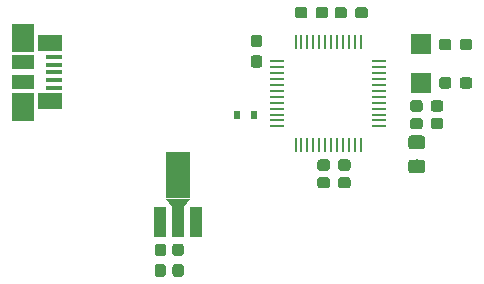
<source format=gbp>
G04 #@! TF.GenerationSoftware,KiCad,Pcbnew,6.0.0-rc1-unknown-ad9916a~66~ubuntu18.04.1*
G04 #@! TF.CreationDate,2018-11-28T14:50:18-03:00*
G04 #@! TF.ProjectId,Femtosat,46656d74-6f73-4617-942e-6b696361645f,rev?*
G04 #@! TF.SameCoordinates,Original*
G04 #@! TF.FileFunction,Paste,Bot*
G04 #@! TF.FilePolarity,Positive*
%FSLAX46Y46*%
G04 Gerber Fmt 4.6, Leading zero omitted, Abs format (unit mm)*
G04 Created by KiCad (PCBNEW 6.0.0-rc1-unknown-ad9916a~66~ubuntu18.04.1) date mié 28 nov 2018 14:50:18 -03*
%MOMM*%
%LPD*%
G01*
G04 APERTURE LIST*
%ADD10C,0.100000*%
%ADD11C,0.950000*%
%ADD12R,0.600000X0.700000*%
%ADD13R,1.380000X0.450000*%
%ADD14R,2.100000X1.475000*%
%ADD15R,1.900000X2.375000*%
%ADD16R,1.900000X1.175000*%
%ADD17C,1.150000*%
%ADD18R,1.000000X2.500000*%
%ADD19R,2.000000X4.000000*%
%ADD20C,0.750000*%
%ADD21R,1.300000X0.250000*%
%ADD22R,0.250000X1.300000*%
%ADD23R,1.800000X1.750000*%
G04 APERTURE END LIST*
D10*
G04 #@! TO.C,C4*
G36*
X130185779Y-72476144D02*
X130208834Y-72479563D01*
X130231443Y-72485227D01*
X130253387Y-72493079D01*
X130274457Y-72503044D01*
X130294448Y-72515026D01*
X130313168Y-72528910D01*
X130330438Y-72544562D01*
X130346090Y-72561832D01*
X130359974Y-72580552D01*
X130371956Y-72600543D01*
X130381921Y-72621613D01*
X130389773Y-72643557D01*
X130395437Y-72666166D01*
X130398856Y-72689221D01*
X130400000Y-72712500D01*
X130400000Y-73187500D01*
X130398856Y-73210779D01*
X130395437Y-73233834D01*
X130389773Y-73256443D01*
X130381921Y-73278387D01*
X130371956Y-73299457D01*
X130359974Y-73319448D01*
X130346090Y-73338168D01*
X130330438Y-73355438D01*
X130313168Y-73371090D01*
X130294448Y-73384974D01*
X130274457Y-73396956D01*
X130253387Y-73406921D01*
X130231443Y-73414773D01*
X130208834Y-73420437D01*
X130185779Y-73423856D01*
X130162500Y-73425000D01*
X129587500Y-73425000D01*
X129564221Y-73423856D01*
X129541166Y-73420437D01*
X129518557Y-73414773D01*
X129496613Y-73406921D01*
X129475543Y-73396956D01*
X129455552Y-73384974D01*
X129436832Y-73371090D01*
X129419562Y-73355438D01*
X129403910Y-73338168D01*
X129390026Y-73319448D01*
X129378044Y-73299457D01*
X129368079Y-73278387D01*
X129360227Y-73256443D01*
X129354563Y-73233834D01*
X129351144Y-73210779D01*
X129350000Y-73187500D01*
X129350000Y-72712500D01*
X129351144Y-72689221D01*
X129354563Y-72666166D01*
X129360227Y-72643557D01*
X129368079Y-72621613D01*
X129378044Y-72600543D01*
X129390026Y-72580552D01*
X129403910Y-72561832D01*
X129419562Y-72544562D01*
X129436832Y-72528910D01*
X129455552Y-72515026D01*
X129475543Y-72503044D01*
X129496613Y-72493079D01*
X129518557Y-72485227D01*
X129541166Y-72479563D01*
X129564221Y-72476144D01*
X129587500Y-72475000D01*
X130162500Y-72475000D01*
X130185779Y-72476144D01*
X130185779Y-72476144D01*
G37*
D11*
X129875000Y-72950000D03*
D10*
G36*
X128435779Y-72476144D02*
X128458834Y-72479563D01*
X128481443Y-72485227D01*
X128503387Y-72493079D01*
X128524457Y-72503044D01*
X128544448Y-72515026D01*
X128563168Y-72528910D01*
X128580438Y-72544562D01*
X128596090Y-72561832D01*
X128609974Y-72580552D01*
X128621956Y-72600543D01*
X128631921Y-72621613D01*
X128639773Y-72643557D01*
X128645437Y-72666166D01*
X128648856Y-72689221D01*
X128650000Y-72712500D01*
X128650000Y-73187500D01*
X128648856Y-73210779D01*
X128645437Y-73233834D01*
X128639773Y-73256443D01*
X128631921Y-73278387D01*
X128621956Y-73299457D01*
X128609974Y-73319448D01*
X128596090Y-73338168D01*
X128580438Y-73355438D01*
X128563168Y-73371090D01*
X128544448Y-73384974D01*
X128524457Y-73396956D01*
X128503387Y-73406921D01*
X128481443Y-73414773D01*
X128458834Y-73420437D01*
X128435779Y-73423856D01*
X128412500Y-73425000D01*
X127837500Y-73425000D01*
X127814221Y-73423856D01*
X127791166Y-73420437D01*
X127768557Y-73414773D01*
X127746613Y-73406921D01*
X127725543Y-73396956D01*
X127705552Y-73384974D01*
X127686832Y-73371090D01*
X127669562Y-73355438D01*
X127653910Y-73338168D01*
X127640026Y-73319448D01*
X127628044Y-73299457D01*
X127618079Y-73278387D01*
X127610227Y-73256443D01*
X127604563Y-73233834D01*
X127601144Y-73210779D01*
X127600000Y-73187500D01*
X127600000Y-72712500D01*
X127601144Y-72689221D01*
X127604563Y-72666166D01*
X127610227Y-72643557D01*
X127618079Y-72621613D01*
X127628044Y-72600543D01*
X127640026Y-72580552D01*
X127653910Y-72561832D01*
X127669562Y-72544562D01*
X127686832Y-72528910D01*
X127705552Y-72515026D01*
X127725543Y-72503044D01*
X127746613Y-72493079D01*
X127768557Y-72485227D01*
X127791166Y-72479563D01*
X127814221Y-72476144D01*
X127837500Y-72475000D01*
X128412500Y-72475000D01*
X128435779Y-72476144D01*
X128435779Y-72476144D01*
G37*
D11*
X128125000Y-72950000D03*
G04 #@! TD*
D10*
G04 #@! TO.C,C5*
G36*
X128285779Y-58076144D02*
X128308834Y-58079563D01*
X128331443Y-58085227D01*
X128353387Y-58093079D01*
X128374457Y-58103044D01*
X128394448Y-58115026D01*
X128413168Y-58128910D01*
X128430438Y-58144562D01*
X128446090Y-58161832D01*
X128459974Y-58180552D01*
X128471956Y-58200543D01*
X128481921Y-58221613D01*
X128489773Y-58243557D01*
X128495437Y-58266166D01*
X128498856Y-58289221D01*
X128500000Y-58312500D01*
X128500000Y-58787500D01*
X128498856Y-58810779D01*
X128495437Y-58833834D01*
X128489773Y-58856443D01*
X128481921Y-58878387D01*
X128471956Y-58899457D01*
X128459974Y-58919448D01*
X128446090Y-58938168D01*
X128430438Y-58955438D01*
X128413168Y-58971090D01*
X128394448Y-58984974D01*
X128374457Y-58996956D01*
X128353387Y-59006921D01*
X128331443Y-59014773D01*
X128308834Y-59020437D01*
X128285779Y-59023856D01*
X128262500Y-59025000D01*
X127687500Y-59025000D01*
X127664221Y-59023856D01*
X127641166Y-59020437D01*
X127618557Y-59014773D01*
X127596613Y-59006921D01*
X127575543Y-58996956D01*
X127555552Y-58984974D01*
X127536832Y-58971090D01*
X127519562Y-58955438D01*
X127503910Y-58938168D01*
X127490026Y-58919448D01*
X127478044Y-58899457D01*
X127468079Y-58878387D01*
X127460227Y-58856443D01*
X127454563Y-58833834D01*
X127451144Y-58810779D01*
X127450000Y-58787500D01*
X127450000Y-58312500D01*
X127451144Y-58289221D01*
X127454563Y-58266166D01*
X127460227Y-58243557D01*
X127468079Y-58221613D01*
X127478044Y-58200543D01*
X127490026Y-58180552D01*
X127503910Y-58161832D01*
X127519562Y-58144562D01*
X127536832Y-58128910D01*
X127555552Y-58115026D01*
X127575543Y-58103044D01*
X127596613Y-58093079D01*
X127618557Y-58085227D01*
X127641166Y-58079563D01*
X127664221Y-58076144D01*
X127687500Y-58075000D01*
X128262500Y-58075000D01*
X128285779Y-58076144D01*
X128285779Y-58076144D01*
G37*
D11*
X127975000Y-58550000D03*
D10*
G36*
X126535779Y-58076144D02*
X126558834Y-58079563D01*
X126581443Y-58085227D01*
X126603387Y-58093079D01*
X126624457Y-58103044D01*
X126644448Y-58115026D01*
X126663168Y-58128910D01*
X126680438Y-58144562D01*
X126696090Y-58161832D01*
X126709974Y-58180552D01*
X126721956Y-58200543D01*
X126731921Y-58221613D01*
X126739773Y-58243557D01*
X126745437Y-58266166D01*
X126748856Y-58289221D01*
X126750000Y-58312500D01*
X126750000Y-58787500D01*
X126748856Y-58810779D01*
X126745437Y-58833834D01*
X126739773Y-58856443D01*
X126731921Y-58878387D01*
X126721956Y-58899457D01*
X126709974Y-58919448D01*
X126696090Y-58938168D01*
X126680438Y-58955438D01*
X126663168Y-58971090D01*
X126644448Y-58984974D01*
X126624457Y-58996956D01*
X126603387Y-59006921D01*
X126581443Y-59014773D01*
X126558834Y-59020437D01*
X126535779Y-59023856D01*
X126512500Y-59025000D01*
X125937500Y-59025000D01*
X125914221Y-59023856D01*
X125891166Y-59020437D01*
X125868557Y-59014773D01*
X125846613Y-59006921D01*
X125825543Y-58996956D01*
X125805552Y-58984974D01*
X125786832Y-58971090D01*
X125769562Y-58955438D01*
X125753910Y-58938168D01*
X125740026Y-58919448D01*
X125728044Y-58899457D01*
X125718079Y-58878387D01*
X125710227Y-58856443D01*
X125704563Y-58833834D01*
X125701144Y-58810779D01*
X125700000Y-58787500D01*
X125700000Y-58312500D01*
X125701144Y-58289221D01*
X125704563Y-58266166D01*
X125710227Y-58243557D01*
X125718079Y-58221613D01*
X125728044Y-58200543D01*
X125740026Y-58180552D01*
X125753910Y-58161832D01*
X125769562Y-58144562D01*
X125786832Y-58128910D01*
X125805552Y-58115026D01*
X125825543Y-58103044D01*
X125846613Y-58093079D01*
X125868557Y-58085227D01*
X125891166Y-58079563D01*
X125914221Y-58076144D01*
X125937500Y-58075000D01*
X126512500Y-58075000D01*
X126535779Y-58076144D01*
X126535779Y-58076144D01*
G37*
D11*
X126225000Y-58550000D03*
G04 #@! TD*
D10*
G04 #@! TO.C,C2a1*
G36*
X138035779Y-65976144D02*
X138058834Y-65979563D01*
X138081443Y-65985227D01*
X138103387Y-65993079D01*
X138124457Y-66003044D01*
X138144448Y-66015026D01*
X138163168Y-66028910D01*
X138180438Y-66044562D01*
X138196090Y-66061832D01*
X138209974Y-66080552D01*
X138221956Y-66100543D01*
X138231921Y-66121613D01*
X138239773Y-66143557D01*
X138245437Y-66166166D01*
X138248856Y-66189221D01*
X138250000Y-66212500D01*
X138250000Y-66687500D01*
X138248856Y-66710779D01*
X138245437Y-66733834D01*
X138239773Y-66756443D01*
X138231921Y-66778387D01*
X138221956Y-66799457D01*
X138209974Y-66819448D01*
X138196090Y-66838168D01*
X138180438Y-66855438D01*
X138163168Y-66871090D01*
X138144448Y-66884974D01*
X138124457Y-66896956D01*
X138103387Y-66906921D01*
X138081443Y-66914773D01*
X138058834Y-66920437D01*
X138035779Y-66923856D01*
X138012500Y-66925000D01*
X137437500Y-66925000D01*
X137414221Y-66923856D01*
X137391166Y-66920437D01*
X137368557Y-66914773D01*
X137346613Y-66906921D01*
X137325543Y-66896956D01*
X137305552Y-66884974D01*
X137286832Y-66871090D01*
X137269562Y-66855438D01*
X137253910Y-66838168D01*
X137240026Y-66819448D01*
X137228044Y-66799457D01*
X137218079Y-66778387D01*
X137210227Y-66756443D01*
X137204563Y-66733834D01*
X137201144Y-66710779D01*
X137200000Y-66687500D01*
X137200000Y-66212500D01*
X137201144Y-66189221D01*
X137204563Y-66166166D01*
X137210227Y-66143557D01*
X137218079Y-66121613D01*
X137228044Y-66100543D01*
X137240026Y-66080552D01*
X137253910Y-66061832D01*
X137269562Y-66044562D01*
X137286832Y-66028910D01*
X137305552Y-66015026D01*
X137325543Y-66003044D01*
X137346613Y-65993079D01*
X137368557Y-65985227D01*
X137391166Y-65979563D01*
X137414221Y-65976144D01*
X137437500Y-65975000D01*
X138012500Y-65975000D01*
X138035779Y-65976144D01*
X138035779Y-65976144D01*
G37*
D11*
X137725000Y-66450000D03*
D10*
G36*
X136285779Y-65976144D02*
X136308834Y-65979563D01*
X136331443Y-65985227D01*
X136353387Y-65993079D01*
X136374457Y-66003044D01*
X136394448Y-66015026D01*
X136413168Y-66028910D01*
X136430438Y-66044562D01*
X136446090Y-66061832D01*
X136459974Y-66080552D01*
X136471956Y-66100543D01*
X136481921Y-66121613D01*
X136489773Y-66143557D01*
X136495437Y-66166166D01*
X136498856Y-66189221D01*
X136500000Y-66212500D01*
X136500000Y-66687500D01*
X136498856Y-66710779D01*
X136495437Y-66733834D01*
X136489773Y-66756443D01*
X136481921Y-66778387D01*
X136471956Y-66799457D01*
X136459974Y-66819448D01*
X136446090Y-66838168D01*
X136430438Y-66855438D01*
X136413168Y-66871090D01*
X136394448Y-66884974D01*
X136374457Y-66896956D01*
X136353387Y-66906921D01*
X136331443Y-66914773D01*
X136308834Y-66920437D01*
X136285779Y-66923856D01*
X136262500Y-66925000D01*
X135687500Y-66925000D01*
X135664221Y-66923856D01*
X135641166Y-66920437D01*
X135618557Y-66914773D01*
X135596613Y-66906921D01*
X135575543Y-66896956D01*
X135555552Y-66884974D01*
X135536832Y-66871090D01*
X135519562Y-66855438D01*
X135503910Y-66838168D01*
X135490026Y-66819448D01*
X135478044Y-66799457D01*
X135468079Y-66778387D01*
X135460227Y-66756443D01*
X135454563Y-66733834D01*
X135451144Y-66710779D01*
X135450000Y-66687500D01*
X135450000Y-66212500D01*
X135451144Y-66189221D01*
X135454563Y-66166166D01*
X135460227Y-66143557D01*
X135468079Y-66121613D01*
X135478044Y-66100543D01*
X135490026Y-66080552D01*
X135503910Y-66061832D01*
X135519562Y-66044562D01*
X135536832Y-66028910D01*
X135555552Y-66015026D01*
X135575543Y-66003044D01*
X135596613Y-65993079D01*
X135618557Y-65985227D01*
X135641166Y-65979563D01*
X135664221Y-65976144D01*
X135687500Y-65975000D01*
X136262500Y-65975000D01*
X136285779Y-65976144D01*
X136285779Y-65976144D01*
G37*
D11*
X135975000Y-66450000D03*
G04 #@! TD*
D10*
G04 #@! TO.C,C2b1*
G36*
X138035779Y-67476144D02*
X138058834Y-67479563D01*
X138081443Y-67485227D01*
X138103387Y-67493079D01*
X138124457Y-67503044D01*
X138144448Y-67515026D01*
X138163168Y-67528910D01*
X138180438Y-67544562D01*
X138196090Y-67561832D01*
X138209974Y-67580552D01*
X138221956Y-67600543D01*
X138231921Y-67621613D01*
X138239773Y-67643557D01*
X138245437Y-67666166D01*
X138248856Y-67689221D01*
X138250000Y-67712500D01*
X138250000Y-68187500D01*
X138248856Y-68210779D01*
X138245437Y-68233834D01*
X138239773Y-68256443D01*
X138231921Y-68278387D01*
X138221956Y-68299457D01*
X138209974Y-68319448D01*
X138196090Y-68338168D01*
X138180438Y-68355438D01*
X138163168Y-68371090D01*
X138144448Y-68384974D01*
X138124457Y-68396956D01*
X138103387Y-68406921D01*
X138081443Y-68414773D01*
X138058834Y-68420437D01*
X138035779Y-68423856D01*
X138012500Y-68425000D01*
X137437500Y-68425000D01*
X137414221Y-68423856D01*
X137391166Y-68420437D01*
X137368557Y-68414773D01*
X137346613Y-68406921D01*
X137325543Y-68396956D01*
X137305552Y-68384974D01*
X137286832Y-68371090D01*
X137269562Y-68355438D01*
X137253910Y-68338168D01*
X137240026Y-68319448D01*
X137228044Y-68299457D01*
X137218079Y-68278387D01*
X137210227Y-68256443D01*
X137204563Y-68233834D01*
X137201144Y-68210779D01*
X137200000Y-68187500D01*
X137200000Y-67712500D01*
X137201144Y-67689221D01*
X137204563Y-67666166D01*
X137210227Y-67643557D01*
X137218079Y-67621613D01*
X137228044Y-67600543D01*
X137240026Y-67580552D01*
X137253910Y-67561832D01*
X137269562Y-67544562D01*
X137286832Y-67528910D01*
X137305552Y-67515026D01*
X137325543Y-67503044D01*
X137346613Y-67493079D01*
X137368557Y-67485227D01*
X137391166Y-67479563D01*
X137414221Y-67476144D01*
X137437500Y-67475000D01*
X138012500Y-67475000D01*
X138035779Y-67476144D01*
X138035779Y-67476144D01*
G37*
D11*
X137725000Y-67950000D03*
D10*
G36*
X136285779Y-67476144D02*
X136308834Y-67479563D01*
X136331443Y-67485227D01*
X136353387Y-67493079D01*
X136374457Y-67503044D01*
X136394448Y-67515026D01*
X136413168Y-67528910D01*
X136430438Y-67544562D01*
X136446090Y-67561832D01*
X136459974Y-67580552D01*
X136471956Y-67600543D01*
X136481921Y-67621613D01*
X136489773Y-67643557D01*
X136495437Y-67666166D01*
X136498856Y-67689221D01*
X136500000Y-67712500D01*
X136500000Y-68187500D01*
X136498856Y-68210779D01*
X136495437Y-68233834D01*
X136489773Y-68256443D01*
X136481921Y-68278387D01*
X136471956Y-68299457D01*
X136459974Y-68319448D01*
X136446090Y-68338168D01*
X136430438Y-68355438D01*
X136413168Y-68371090D01*
X136394448Y-68384974D01*
X136374457Y-68396956D01*
X136353387Y-68406921D01*
X136331443Y-68414773D01*
X136308834Y-68420437D01*
X136285779Y-68423856D01*
X136262500Y-68425000D01*
X135687500Y-68425000D01*
X135664221Y-68423856D01*
X135641166Y-68420437D01*
X135618557Y-68414773D01*
X135596613Y-68406921D01*
X135575543Y-68396956D01*
X135555552Y-68384974D01*
X135536832Y-68371090D01*
X135519562Y-68355438D01*
X135503910Y-68338168D01*
X135490026Y-68319448D01*
X135478044Y-68299457D01*
X135468079Y-68278387D01*
X135460227Y-68256443D01*
X135454563Y-68233834D01*
X135451144Y-68210779D01*
X135450000Y-68187500D01*
X135450000Y-67712500D01*
X135451144Y-67689221D01*
X135454563Y-67666166D01*
X135460227Y-67643557D01*
X135468079Y-67621613D01*
X135478044Y-67600543D01*
X135490026Y-67580552D01*
X135503910Y-67561832D01*
X135519562Y-67544562D01*
X135536832Y-67528910D01*
X135555552Y-67515026D01*
X135575543Y-67503044D01*
X135596613Y-67493079D01*
X135618557Y-67485227D01*
X135641166Y-67479563D01*
X135664221Y-67476144D01*
X135687500Y-67475000D01*
X136262500Y-67475000D01*
X136285779Y-67476144D01*
X136285779Y-67476144D01*
G37*
D11*
X135975000Y-67950000D03*
G04 #@! TD*
D10*
G04 #@! TO.C,C3a1*
G36*
X128435779Y-70976144D02*
X128458834Y-70979563D01*
X128481443Y-70985227D01*
X128503387Y-70993079D01*
X128524457Y-71003044D01*
X128544448Y-71015026D01*
X128563168Y-71028910D01*
X128580438Y-71044562D01*
X128596090Y-71061832D01*
X128609974Y-71080552D01*
X128621956Y-71100543D01*
X128631921Y-71121613D01*
X128639773Y-71143557D01*
X128645437Y-71166166D01*
X128648856Y-71189221D01*
X128650000Y-71212500D01*
X128650000Y-71687500D01*
X128648856Y-71710779D01*
X128645437Y-71733834D01*
X128639773Y-71756443D01*
X128631921Y-71778387D01*
X128621956Y-71799457D01*
X128609974Y-71819448D01*
X128596090Y-71838168D01*
X128580438Y-71855438D01*
X128563168Y-71871090D01*
X128544448Y-71884974D01*
X128524457Y-71896956D01*
X128503387Y-71906921D01*
X128481443Y-71914773D01*
X128458834Y-71920437D01*
X128435779Y-71923856D01*
X128412500Y-71925000D01*
X127837500Y-71925000D01*
X127814221Y-71923856D01*
X127791166Y-71920437D01*
X127768557Y-71914773D01*
X127746613Y-71906921D01*
X127725543Y-71896956D01*
X127705552Y-71884974D01*
X127686832Y-71871090D01*
X127669562Y-71855438D01*
X127653910Y-71838168D01*
X127640026Y-71819448D01*
X127628044Y-71799457D01*
X127618079Y-71778387D01*
X127610227Y-71756443D01*
X127604563Y-71733834D01*
X127601144Y-71710779D01*
X127600000Y-71687500D01*
X127600000Y-71212500D01*
X127601144Y-71189221D01*
X127604563Y-71166166D01*
X127610227Y-71143557D01*
X127618079Y-71121613D01*
X127628044Y-71100543D01*
X127640026Y-71080552D01*
X127653910Y-71061832D01*
X127669562Y-71044562D01*
X127686832Y-71028910D01*
X127705552Y-71015026D01*
X127725543Y-71003044D01*
X127746613Y-70993079D01*
X127768557Y-70985227D01*
X127791166Y-70979563D01*
X127814221Y-70976144D01*
X127837500Y-70975000D01*
X128412500Y-70975000D01*
X128435779Y-70976144D01*
X128435779Y-70976144D01*
G37*
D11*
X128125000Y-71450000D03*
D10*
G36*
X130185779Y-70976144D02*
X130208834Y-70979563D01*
X130231443Y-70985227D01*
X130253387Y-70993079D01*
X130274457Y-71003044D01*
X130294448Y-71015026D01*
X130313168Y-71028910D01*
X130330438Y-71044562D01*
X130346090Y-71061832D01*
X130359974Y-71080552D01*
X130371956Y-71100543D01*
X130381921Y-71121613D01*
X130389773Y-71143557D01*
X130395437Y-71166166D01*
X130398856Y-71189221D01*
X130400000Y-71212500D01*
X130400000Y-71687500D01*
X130398856Y-71710779D01*
X130395437Y-71733834D01*
X130389773Y-71756443D01*
X130381921Y-71778387D01*
X130371956Y-71799457D01*
X130359974Y-71819448D01*
X130346090Y-71838168D01*
X130330438Y-71855438D01*
X130313168Y-71871090D01*
X130294448Y-71884974D01*
X130274457Y-71896956D01*
X130253387Y-71906921D01*
X130231443Y-71914773D01*
X130208834Y-71920437D01*
X130185779Y-71923856D01*
X130162500Y-71925000D01*
X129587500Y-71925000D01*
X129564221Y-71923856D01*
X129541166Y-71920437D01*
X129518557Y-71914773D01*
X129496613Y-71906921D01*
X129475543Y-71896956D01*
X129455552Y-71884974D01*
X129436832Y-71871090D01*
X129419562Y-71855438D01*
X129403910Y-71838168D01*
X129390026Y-71819448D01*
X129378044Y-71799457D01*
X129368079Y-71778387D01*
X129360227Y-71756443D01*
X129354563Y-71733834D01*
X129351144Y-71710779D01*
X129350000Y-71687500D01*
X129350000Y-71212500D01*
X129351144Y-71189221D01*
X129354563Y-71166166D01*
X129360227Y-71143557D01*
X129368079Y-71121613D01*
X129378044Y-71100543D01*
X129390026Y-71080552D01*
X129403910Y-71061832D01*
X129419562Y-71044562D01*
X129436832Y-71028910D01*
X129455552Y-71015026D01*
X129475543Y-71003044D01*
X129496613Y-70993079D01*
X129518557Y-70985227D01*
X129541166Y-70979563D01*
X129564221Y-70976144D01*
X129587500Y-70975000D01*
X130162500Y-70975000D01*
X130185779Y-70976144D01*
X130185779Y-70976144D01*
G37*
D11*
X129875000Y-71450000D03*
G04 #@! TD*
D10*
G04 #@! TO.C,C3b1*
G36*
X122710779Y-60401144D02*
X122733834Y-60404563D01*
X122756443Y-60410227D01*
X122778387Y-60418079D01*
X122799457Y-60428044D01*
X122819448Y-60440026D01*
X122838168Y-60453910D01*
X122855438Y-60469562D01*
X122871090Y-60486832D01*
X122884974Y-60505552D01*
X122896956Y-60525543D01*
X122906921Y-60546613D01*
X122914773Y-60568557D01*
X122920437Y-60591166D01*
X122923856Y-60614221D01*
X122925000Y-60637500D01*
X122925000Y-61212500D01*
X122923856Y-61235779D01*
X122920437Y-61258834D01*
X122914773Y-61281443D01*
X122906921Y-61303387D01*
X122896956Y-61324457D01*
X122884974Y-61344448D01*
X122871090Y-61363168D01*
X122855438Y-61380438D01*
X122838168Y-61396090D01*
X122819448Y-61409974D01*
X122799457Y-61421956D01*
X122778387Y-61431921D01*
X122756443Y-61439773D01*
X122733834Y-61445437D01*
X122710779Y-61448856D01*
X122687500Y-61450000D01*
X122212500Y-61450000D01*
X122189221Y-61448856D01*
X122166166Y-61445437D01*
X122143557Y-61439773D01*
X122121613Y-61431921D01*
X122100543Y-61421956D01*
X122080552Y-61409974D01*
X122061832Y-61396090D01*
X122044562Y-61380438D01*
X122028910Y-61363168D01*
X122015026Y-61344448D01*
X122003044Y-61324457D01*
X121993079Y-61303387D01*
X121985227Y-61281443D01*
X121979563Y-61258834D01*
X121976144Y-61235779D01*
X121975000Y-61212500D01*
X121975000Y-60637500D01*
X121976144Y-60614221D01*
X121979563Y-60591166D01*
X121985227Y-60568557D01*
X121993079Y-60546613D01*
X122003044Y-60525543D01*
X122015026Y-60505552D01*
X122028910Y-60486832D01*
X122044562Y-60469562D01*
X122061832Y-60453910D01*
X122080552Y-60440026D01*
X122100543Y-60428044D01*
X122121613Y-60418079D01*
X122143557Y-60410227D01*
X122166166Y-60404563D01*
X122189221Y-60401144D01*
X122212500Y-60400000D01*
X122687500Y-60400000D01*
X122710779Y-60401144D01*
X122710779Y-60401144D01*
G37*
D11*
X122450000Y-60925000D03*
D10*
G36*
X122710779Y-62151144D02*
X122733834Y-62154563D01*
X122756443Y-62160227D01*
X122778387Y-62168079D01*
X122799457Y-62178044D01*
X122819448Y-62190026D01*
X122838168Y-62203910D01*
X122855438Y-62219562D01*
X122871090Y-62236832D01*
X122884974Y-62255552D01*
X122896956Y-62275543D01*
X122906921Y-62296613D01*
X122914773Y-62318557D01*
X122920437Y-62341166D01*
X122923856Y-62364221D01*
X122925000Y-62387500D01*
X122925000Y-62962500D01*
X122923856Y-62985779D01*
X122920437Y-63008834D01*
X122914773Y-63031443D01*
X122906921Y-63053387D01*
X122896956Y-63074457D01*
X122884974Y-63094448D01*
X122871090Y-63113168D01*
X122855438Y-63130438D01*
X122838168Y-63146090D01*
X122819448Y-63159974D01*
X122799457Y-63171956D01*
X122778387Y-63181921D01*
X122756443Y-63189773D01*
X122733834Y-63195437D01*
X122710779Y-63198856D01*
X122687500Y-63200000D01*
X122212500Y-63200000D01*
X122189221Y-63198856D01*
X122166166Y-63195437D01*
X122143557Y-63189773D01*
X122121613Y-63181921D01*
X122100543Y-63171956D01*
X122080552Y-63159974D01*
X122061832Y-63146090D01*
X122044562Y-63130438D01*
X122028910Y-63113168D01*
X122015026Y-63094448D01*
X122003044Y-63074457D01*
X121993079Y-63053387D01*
X121985227Y-63031443D01*
X121979563Y-63008834D01*
X121976144Y-62985779D01*
X121975000Y-62962500D01*
X121975000Y-62387500D01*
X121976144Y-62364221D01*
X121979563Y-62341166D01*
X121985227Y-62318557D01*
X121993079Y-62296613D01*
X122003044Y-62275543D01*
X122015026Y-62255552D01*
X122028910Y-62236832D01*
X122044562Y-62219562D01*
X122061832Y-62203910D01*
X122080552Y-62190026D01*
X122100543Y-62178044D01*
X122121613Y-62168079D01*
X122143557Y-62160227D01*
X122166166Y-62154563D01*
X122189221Y-62151144D01*
X122212500Y-62150000D01*
X122687500Y-62150000D01*
X122710779Y-62151144D01*
X122710779Y-62151144D01*
G37*
D11*
X122450000Y-62675000D03*
G04 #@! TD*
D10*
G04 #@! TO.C,Cc1*
G36*
X138735779Y-60776144D02*
X138758834Y-60779563D01*
X138781443Y-60785227D01*
X138803387Y-60793079D01*
X138824457Y-60803044D01*
X138844448Y-60815026D01*
X138863168Y-60828910D01*
X138880438Y-60844562D01*
X138896090Y-60861832D01*
X138909974Y-60880552D01*
X138921956Y-60900543D01*
X138931921Y-60921613D01*
X138939773Y-60943557D01*
X138945437Y-60966166D01*
X138948856Y-60989221D01*
X138950000Y-61012500D01*
X138950000Y-61487500D01*
X138948856Y-61510779D01*
X138945437Y-61533834D01*
X138939773Y-61556443D01*
X138931921Y-61578387D01*
X138921956Y-61599457D01*
X138909974Y-61619448D01*
X138896090Y-61638168D01*
X138880438Y-61655438D01*
X138863168Y-61671090D01*
X138844448Y-61684974D01*
X138824457Y-61696956D01*
X138803387Y-61706921D01*
X138781443Y-61714773D01*
X138758834Y-61720437D01*
X138735779Y-61723856D01*
X138712500Y-61725000D01*
X138137500Y-61725000D01*
X138114221Y-61723856D01*
X138091166Y-61720437D01*
X138068557Y-61714773D01*
X138046613Y-61706921D01*
X138025543Y-61696956D01*
X138005552Y-61684974D01*
X137986832Y-61671090D01*
X137969562Y-61655438D01*
X137953910Y-61638168D01*
X137940026Y-61619448D01*
X137928044Y-61599457D01*
X137918079Y-61578387D01*
X137910227Y-61556443D01*
X137904563Y-61533834D01*
X137901144Y-61510779D01*
X137900000Y-61487500D01*
X137900000Y-61012500D01*
X137901144Y-60989221D01*
X137904563Y-60966166D01*
X137910227Y-60943557D01*
X137918079Y-60921613D01*
X137928044Y-60900543D01*
X137940026Y-60880552D01*
X137953910Y-60861832D01*
X137969562Y-60844562D01*
X137986832Y-60828910D01*
X138005552Y-60815026D01*
X138025543Y-60803044D01*
X138046613Y-60793079D01*
X138068557Y-60785227D01*
X138091166Y-60779563D01*
X138114221Y-60776144D01*
X138137500Y-60775000D01*
X138712500Y-60775000D01*
X138735779Y-60776144D01*
X138735779Y-60776144D01*
G37*
D11*
X138425000Y-61250000D03*
D10*
G36*
X140485779Y-60776144D02*
X140508834Y-60779563D01*
X140531443Y-60785227D01*
X140553387Y-60793079D01*
X140574457Y-60803044D01*
X140594448Y-60815026D01*
X140613168Y-60828910D01*
X140630438Y-60844562D01*
X140646090Y-60861832D01*
X140659974Y-60880552D01*
X140671956Y-60900543D01*
X140681921Y-60921613D01*
X140689773Y-60943557D01*
X140695437Y-60966166D01*
X140698856Y-60989221D01*
X140700000Y-61012500D01*
X140700000Y-61487500D01*
X140698856Y-61510779D01*
X140695437Y-61533834D01*
X140689773Y-61556443D01*
X140681921Y-61578387D01*
X140671956Y-61599457D01*
X140659974Y-61619448D01*
X140646090Y-61638168D01*
X140630438Y-61655438D01*
X140613168Y-61671090D01*
X140594448Y-61684974D01*
X140574457Y-61696956D01*
X140553387Y-61706921D01*
X140531443Y-61714773D01*
X140508834Y-61720437D01*
X140485779Y-61723856D01*
X140462500Y-61725000D01*
X139887500Y-61725000D01*
X139864221Y-61723856D01*
X139841166Y-61720437D01*
X139818557Y-61714773D01*
X139796613Y-61706921D01*
X139775543Y-61696956D01*
X139755552Y-61684974D01*
X139736832Y-61671090D01*
X139719562Y-61655438D01*
X139703910Y-61638168D01*
X139690026Y-61619448D01*
X139678044Y-61599457D01*
X139668079Y-61578387D01*
X139660227Y-61556443D01*
X139654563Y-61533834D01*
X139651144Y-61510779D01*
X139650000Y-61487500D01*
X139650000Y-61012500D01*
X139651144Y-60989221D01*
X139654563Y-60966166D01*
X139660227Y-60943557D01*
X139668079Y-60921613D01*
X139678044Y-60900543D01*
X139690026Y-60880552D01*
X139703910Y-60861832D01*
X139719562Y-60844562D01*
X139736832Y-60828910D01*
X139755552Y-60815026D01*
X139775543Y-60803044D01*
X139796613Y-60793079D01*
X139818557Y-60785227D01*
X139841166Y-60779563D01*
X139864221Y-60776144D01*
X139887500Y-60775000D01*
X140462500Y-60775000D01*
X140485779Y-60776144D01*
X140485779Y-60776144D01*
G37*
D11*
X140175000Y-61250000D03*
G04 #@! TD*
D10*
G04 #@! TO.C,Cc2*
G36*
X138735779Y-64026144D02*
X138758834Y-64029563D01*
X138781443Y-64035227D01*
X138803387Y-64043079D01*
X138824457Y-64053044D01*
X138844448Y-64065026D01*
X138863168Y-64078910D01*
X138880438Y-64094562D01*
X138896090Y-64111832D01*
X138909974Y-64130552D01*
X138921956Y-64150543D01*
X138931921Y-64171613D01*
X138939773Y-64193557D01*
X138945437Y-64216166D01*
X138948856Y-64239221D01*
X138950000Y-64262500D01*
X138950000Y-64737500D01*
X138948856Y-64760779D01*
X138945437Y-64783834D01*
X138939773Y-64806443D01*
X138931921Y-64828387D01*
X138921956Y-64849457D01*
X138909974Y-64869448D01*
X138896090Y-64888168D01*
X138880438Y-64905438D01*
X138863168Y-64921090D01*
X138844448Y-64934974D01*
X138824457Y-64946956D01*
X138803387Y-64956921D01*
X138781443Y-64964773D01*
X138758834Y-64970437D01*
X138735779Y-64973856D01*
X138712500Y-64975000D01*
X138137500Y-64975000D01*
X138114221Y-64973856D01*
X138091166Y-64970437D01*
X138068557Y-64964773D01*
X138046613Y-64956921D01*
X138025543Y-64946956D01*
X138005552Y-64934974D01*
X137986832Y-64921090D01*
X137969562Y-64905438D01*
X137953910Y-64888168D01*
X137940026Y-64869448D01*
X137928044Y-64849457D01*
X137918079Y-64828387D01*
X137910227Y-64806443D01*
X137904563Y-64783834D01*
X137901144Y-64760779D01*
X137900000Y-64737500D01*
X137900000Y-64262500D01*
X137901144Y-64239221D01*
X137904563Y-64216166D01*
X137910227Y-64193557D01*
X137918079Y-64171613D01*
X137928044Y-64150543D01*
X137940026Y-64130552D01*
X137953910Y-64111832D01*
X137969562Y-64094562D01*
X137986832Y-64078910D01*
X138005552Y-64065026D01*
X138025543Y-64053044D01*
X138046613Y-64043079D01*
X138068557Y-64035227D01*
X138091166Y-64029563D01*
X138114221Y-64026144D01*
X138137500Y-64025000D01*
X138712500Y-64025000D01*
X138735779Y-64026144D01*
X138735779Y-64026144D01*
G37*
D11*
X138425000Y-64500000D03*
D10*
G36*
X140485779Y-64026144D02*
X140508834Y-64029563D01*
X140531443Y-64035227D01*
X140553387Y-64043079D01*
X140574457Y-64053044D01*
X140594448Y-64065026D01*
X140613168Y-64078910D01*
X140630438Y-64094562D01*
X140646090Y-64111832D01*
X140659974Y-64130552D01*
X140671956Y-64150543D01*
X140681921Y-64171613D01*
X140689773Y-64193557D01*
X140695437Y-64216166D01*
X140698856Y-64239221D01*
X140700000Y-64262500D01*
X140700000Y-64737500D01*
X140698856Y-64760779D01*
X140695437Y-64783834D01*
X140689773Y-64806443D01*
X140681921Y-64828387D01*
X140671956Y-64849457D01*
X140659974Y-64869448D01*
X140646090Y-64888168D01*
X140630438Y-64905438D01*
X140613168Y-64921090D01*
X140594448Y-64934974D01*
X140574457Y-64946956D01*
X140553387Y-64956921D01*
X140531443Y-64964773D01*
X140508834Y-64970437D01*
X140485779Y-64973856D01*
X140462500Y-64975000D01*
X139887500Y-64975000D01*
X139864221Y-64973856D01*
X139841166Y-64970437D01*
X139818557Y-64964773D01*
X139796613Y-64956921D01*
X139775543Y-64946956D01*
X139755552Y-64934974D01*
X139736832Y-64921090D01*
X139719562Y-64905438D01*
X139703910Y-64888168D01*
X139690026Y-64869448D01*
X139678044Y-64849457D01*
X139668079Y-64828387D01*
X139660227Y-64806443D01*
X139654563Y-64783834D01*
X139651144Y-64760779D01*
X139650000Y-64737500D01*
X139650000Y-64262500D01*
X139651144Y-64239221D01*
X139654563Y-64216166D01*
X139660227Y-64193557D01*
X139668079Y-64171613D01*
X139678044Y-64150543D01*
X139690026Y-64130552D01*
X139703910Y-64111832D01*
X139719562Y-64094562D01*
X139736832Y-64078910D01*
X139755552Y-64065026D01*
X139775543Y-64053044D01*
X139796613Y-64043079D01*
X139818557Y-64035227D01*
X139841166Y-64029563D01*
X139864221Y-64026144D01*
X139887500Y-64025000D01*
X140462500Y-64025000D01*
X140485779Y-64026144D01*
X140485779Y-64026144D01*
G37*
D11*
X140175000Y-64500000D03*
G04 #@! TD*
D10*
G04 #@! TO.C,Cr1*
G36*
X116060779Y-79851144D02*
X116083834Y-79854563D01*
X116106443Y-79860227D01*
X116128387Y-79868079D01*
X116149457Y-79878044D01*
X116169448Y-79890026D01*
X116188168Y-79903910D01*
X116205438Y-79919562D01*
X116221090Y-79936832D01*
X116234974Y-79955552D01*
X116246956Y-79975543D01*
X116256921Y-79996613D01*
X116264773Y-80018557D01*
X116270437Y-80041166D01*
X116273856Y-80064221D01*
X116275000Y-80087500D01*
X116275000Y-80662500D01*
X116273856Y-80685779D01*
X116270437Y-80708834D01*
X116264773Y-80731443D01*
X116256921Y-80753387D01*
X116246956Y-80774457D01*
X116234974Y-80794448D01*
X116221090Y-80813168D01*
X116205438Y-80830438D01*
X116188168Y-80846090D01*
X116169448Y-80859974D01*
X116149457Y-80871956D01*
X116128387Y-80881921D01*
X116106443Y-80889773D01*
X116083834Y-80895437D01*
X116060779Y-80898856D01*
X116037500Y-80900000D01*
X115562500Y-80900000D01*
X115539221Y-80898856D01*
X115516166Y-80895437D01*
X115493557Y-80889773D01*
X115471613Y-80881921D01*
X115450543Y-80871956D01*
X115430552Y-80859974D01*
X115411832Y-80846090D01*
X115394562Y-80830438D01*
X115378910Y-80813168D01*
X115365026Y-80794448D01*
X115353044Y-80774457D01*
X115343079Y-80753387D01*
X115335227Y-80731443D01*
X115329563Y-80708834D01*
X115326144Y-80685779D01*
X115325000Y-80662500D01*
X115325000Y-80087500D01*
X115326144Y-80064221D01*
X115329563Y-80041166D01*
X115335227Y-80018557D01*
X115343079Y-79996613D01*
X115353044Y-79975543D01*
X115365026Y-79955552D01*
X115378910Y-79936832D01*
X115394562Y-79919562D01*
X115411832Y-79903910D01*
X115430552Y-79890026D01*
X115450543Y-79878044D01*
X115471613Y-79868079D01*
X115493557Y-79860227D01*
X115516166Y-79854563D01*
X115539221Y-79851144D01*
X115562500Y-79850000D01*
X116037500Y-79850000D01*
X116060779Y-79851144D01*
X116060779Y-79851144D01*
G37*
D11*
X115800000Y-80375000D03*
D10*
G36*
X116060779Y-78101144D02*
X116083834Y-78104563D01*
X116106443Y-78110227D01*
X116128387Y-78118079D01*
X116149457Y-78128044D01*
X116169448Y-78140026D01*
X116188168Y-78153910D01*
X116205438Y-78169562D01*
X116221090Y-78186832D01*
X116234974Y-78205552D01*
X116246956Y-78225543D01*
X116256921Y-78246613D01*
X116264773Y-78268557D01*
X116270437Y-78291166D01*
X116273856Y-78314221D01*
X116275000Y-78337500D01*
X116275000Y-78912500D01*
X116273856Y-78935779D01*
X116270437Y-78958834D01*
X116264773Y-78981443D01*
X116256921Y-79003387D01*
X116246956Y-79024457D01*
X116234974Y-79044448D01*
X116221090Y-79063168D01*
X116205438Y-79080438D01*
X116188168Y-79096090D01*
X116169448Y-79109974D01*
X116149457Y-79121956D01*
X116128387Y-79131921D01*
X116106443Y-79139773D01*
X116083834Y-79145437D01*
X116060779Y-79148856D01*
X116037500Y-79150000D01*
X115562500Y-79150000D01*
X115539221Y-79148856D01*
X115516166Y-79145437D01*
X115493557Y-79139773D01*
X115471613Y-79131921D01*
X115450543Y-79121956D01*
X115430552Y-79109974D01*
X115411832Y-79096090D01*
X115394562Y-79080438D01*
X115378910Y-79063168D01*
X115365026Y-79044448D01*
X115353044Y-79024457D01*
X115343079Y-79003387D01*
X115335227Y-78981443D01*
X115329563Y-78958834D01*
X115326144Y-78935779D01*
X115325000Y-78912500D01*
X115325000Y-78337500D01*
X115326144Y-78314221D01*
X115329563Y-78291166D01*
X115335227Y-78268557D01*
X115343079Y-78246613D01*
X115353044Y-78225543D01*
X115365026Y-78205552D01*
X115378910Y-78186832D01*
X115394562Y-78169562D01*
X115411832Y-78153910D01*
X115430552Y-78140026D01*
X115450543Y-78128044D01*
X115471613Y-78118079D01*
X115493557Y-78110227D01*
X115516166Y-78104563D01*
X115539221Y-78101144D01*
X115562500Y-78100000D01*
X116037500Y-78100000D01*
X116060779Y-78101144D01*
X116060779Y-78101144D01*
G37*
D11*
X115800000Y-78625000D03*
G04 #@! TD*
D10*
G04 #@! TO.C,Cr2*
G36*
X114560779Y-79851144D02*
X114583834Y-79854563D01*
X114606443Y-79860227D01*
X114628387Y-79868079D01*
X114649457Y-79878044D01*
X114669448Y-79890026D01*
X114688168Y-79903910D01*
X114705438Y-79919562D01*
X114721090Y-79936832D01*
X114734974Y-79955552D01*
X114746956Y-79975543D01*
X114756921Y-79996613D01*
X114764773Y-80018557D01*
X114770437Y-80041166D01*
X114773856Y-80064221D01*
X114775000Y-80087500D01*
X114775000Y-80662500D01*
X114773856Y-80685779D01*
X114770437Y-80708834D01*
X114764773Y-80731443D01*
X114756921Y-80753387D01*
X114746956Y-80774457D01*
X114734974Y-80794448D01*
X114721090Y-80813168D01*
X114705438Y-80830438D01*
X114688168Y-80846090D01*
X114669448Y-80859974D01*
X114649457Y-80871956D01*
X114628387Y-80881921D01*
X114606443Y-80889773D01*
X114583834Y-80895437D01*
X114560779Y-80898856D01*
X114537500Y-80900000D01*
X114062500Y-80900000D01*
X114039221Y-80898856D01*
X114016166Y-80895437D01*
X113993557Y-80889773D01*
X113971613Y-80881921D01*
X113950543Y-80871956D01*
X113930552Y-80859974D01*
X113911832Y-80846090D01*
X113894562Y-80830438D01*
X113878910Y-80813168D01*
X113865026Y-80794448D01*
X113853044Y-80774457D01*
X113843079Y-80753387D01*
X113835227Y-80731443D01*
X113829563Y-80708834D01*
X113826144Y-80685779D01*
X113825000Y-80662500D01*
X113825000Y-80087500D01*
X113826144Y-80064221D01*
X113829563Y-80041166D01*
X113835227Y-80018557D01*
X113843079Y-79996613D01*
X113853044Y-79975543D01*
X113865026Y-79955552D01*
X113878910Y-79936832D01*
X113894562Y-79919562D01*
X113911832Y-79903910D01*
X113930552Y-79890026D01*
X113950543Y-79878044D01*
X113971613Y-79868079D01*
X113993557Y-79860227D01*
X114016166Y-79854563D01*
X114039221Y-79851144D01*
X114062500Y-79850000D01*
X114537500Y-79850000D01*
X114560779Y-79851144D01*
X114560779Y-79851144D01*
G37*
D11*
X114300000Y-80375000D03*
D10*
G36*
X114560779Y-78101144D02*
X114583834Y-78104563D01*
X114606443Y-78110227D01*
X114628387Y-78118079D01*
X114649457Y-78128044D01*
X114669448Y-78140026D01*
X114688168Y-78153910D01*
X114705438Y-78169562D01*
X114721090Y-78186832D01*
X114734974Y-78205552D01*
X114746956Y-78225543D01*
X114756921Y-78246613D01*
X114764773Y-78268557D01*
X114770437Y-78291166D01*
X114773856Y-78314221D01*
X114775000Y-78337500D01*
X114775000Y-78912500D01*
X114773856Y-78935779D01*
X114770437Y-78958834D01*
X114764773Y-78981443D01*
X114756921Y-79003387D01*
X114746956Y-79024457D01*
X114734974Y-79044448D01*
X114721090Y-79063168D01*
X114705438Y-79080438D01*
X114688168Y-79096090D01*
X114669448Y-79109974D01*
X114649457Y-79121956D01*
X114628387Y-79131921D01*
X114606443Y-79139773D01*
X114583834Y-79145437D01*
X114560779Y-79148856D01*
X114537500Y-79150000D01*
X114062500Y-79150000D01*
X114039221Y-79148856D01*
X114016166Y-79145437D01*
X113993557Y-79139773D01*
X113971613Y-79131921D01*
X113950543Y-79121956D01*
X113930552Y-79109974D01*
X113911832Y-79096090D01*
X113894562Y-79080438D01*
X113878910Y-79063168D01*
X113865026Y-79044448D01*
X113853044Y-79024457D01*
X113843079Y-79003387D01*
X113835227Y-78981443D01*
X113829563Y-78958834D01*
X113826144Y-78935779D01*
X113825000Y-78912500D01*
X113825000Y-78337500D01*
X113826144Y-78314221D01*
X113829563Y-78291166D01*
X113835227Y-78268557D01*
X113843079Y-78246613D01*
X113853044Y-78225543D01*
X113865026Y-78205552D01*
X113878910Y-78186832D01*
X113894562Y-78169562D01*
X113911832Y-78153910D01*
X113930552Y-78140026D01*
X113950543Y-78128044D01*
X113971613Y-78118079D01*
X113993557Y-78110227D01*
X114016166Y-78104563D01*
X114039221Y-78101144D01*
X114062500Y-78100000D01*
X114537500Y-78100000D01*
X114560779Y-78101144D01*
X114560779Y-78101144D01*
G37*
D11*
X114300000Y-78625000D03*
G04 #@! TD*
D12*
G04 #@! TO.C,D3*
X122200000Y-67175000D03*
X120800000Y-67175000D03*
G04 #@! TD*
D13*
G04 #@! TO.C,J1*
X105310000Y-64900000D03*
X105310000Y-64250000D03*
X105310000Y-63600000D03*
X105310000Y-62950000D03*
X105310000Y-62300000D03*
D14*
X104950000Y-66062500D03*
X104950000Y-61137500D03*
D15*
X102650000Y-66510000D03*
X102650000Y-60690000D03*
D16*
X102650000Y-64440000D03*
X102650000Y-62760000D03*
G04 #@! TD*
D10*
G04 #@! TO.C,L1*
G36*
X136474505Y-68951204D02*
X136498773Y-68954804D01*
X136522572Y-68960765D01*
X136545671Y-68969030D01*
X136567850Y-68979520D01*
X136588893Y-68992132D01*
X136608599Y-69006747D01*
X136626777Y-69023223D01*
X136643253Y-69041401D01*
X136657868Y-69061107D01*
X136670480Y-69082150D01*
X136680970Y-69104329D01*
X136689235Y-69127428D01*
X136695196Y-69151227D01*
X136698796Y-69175495D01*
X136700000Y-69199999D01*
X136700000Y-69850001D01*
X136698796Y-69874505D01*
X136695196Y-69898773D01*
X136689235Y-69922572D01*
X136680970Y-69945671D01*
X136670480Y-69967850D01*
X136657868Y-69988893D01*
X136643253Y-70008599D01*
X136626777Y-70026777D01*
X136608599Y-70043253D01*
X136588893Y-70057868D01*
X136567850Y-70070480D01*
X136545671Y-70080970D01*
X136522572Y-70089235D01*
X136498773Y-70095196D01*
X136474505Y-70098796D01*
X136450001Y-70100000D01*
X135549999Y-70100000D01*
X135525495Y-70098796D01*
X135501227Y-70095196D01*
X135477428Y-70089235D01*
X135454329Y-70080970D01*
X135432150Y-70070480D01*
X135411107Y-70057868D01*
X135391401Y-70043253D01*
X135373223Y-70026777D01*
X135356747Y-70008599D01*
X135342132Y-69988893D01*
X135329520Y-69967850D01*
X135319030Y-69945671D01*
X135310765Y-69922572D01*
X135304804Y-69898773D01*
X135301204Y-69874505D01*
X135300000Y-69850001D01*
X135300000Y-69199999D01*
X135301204Y-69175495D01*
X135304804Y-69151227D01*
X135310765Y-69127428D01*
X135319030Y-69104329D01*
X135329520Y-69082150D01*
X135342132Y-69061107D01*
X135356747Y-69041401D01*
X135373223Y-69023223D01*
X135391401Y-69006747D01*
X135411107Y-68992132D01*
X135432150Y-68979520D01*
X135454329Y-68969030D01*
X135477428Y-68960765D01*
X135501227Y-68954804D01*
X135525495Y-68951204D01*
X135549999Y-68950000D01*
X136450001Y-68950000D01*
X136474505Y-68951204D01*
X136474505Y-68951204D01*
G37*
D17*
X136000000Y-69525000D03*
D10*
G36*
X136474505Y-71001204D02*
X136498773Y-71004804D01*
X136522572Y-71010765D01*
X136545671Y-71019030D01*
X136567850Y-71029520D01*
X136588893Y-71042132D01*
X136608599Y-71056747D01*
X136626777Y-71073223D01*
X136643253Y-71091401D01*
X136657868Y-71111107D01*
X136670480Y-71132150D01*
X136680970Y-71154329D01*
X136689235Y-71177428D01*
X136695196Y-71201227D01*
X136698796Y-71225495D01*
X136700000Y-71249999D01*
X136700000Y-71900001D01*
X136698796Y-71924505D01*
X136695196Y-71948773D01*
X136689235Y-71972572D01*
X136680970Y-71995671D01*
X136670480Y-72017850D01*
X136657868Y-72038893D01*
X136643253Y-72058599D01*
X136626777Y-72076777D01*
X136608599Y-72093253D01*
X136588893Y-72107868D01*
X136567850Y-72120480D01*
X136545671Y-72130970D01*
X136522572Y-72139235D01*
X136498773Y-72145196D01*
X136474505Y-72148796D01*
X136450001Y-72150000D01*
X135549999Y-72150000D01*
X135525495Y-72148796D01*
X135501227Y-72145196D01*
X135477428Y-72139235D01*
X135454329Y-72130970D01*
X135432150Y-72120480D01*
X135411107Y-72107868D01*
X135391401Y-72093253D01*
X135373223Y-72076777D01*
X135356747Y-72058599D01*
X135342132Y-72038893D01*
X135329520Y-72017850D01*
X135319030Y-71995671D01*
X135310765Y-71972572D01*
X135304804Y-71948773D01*
X135301204Y-71924505D01*
X135300000Y-71900001D01*
X135300000Y-71249999D01*
X135301204Y-71225495D01*
X135304804Y-71201227D01*
X135310765Y-71177428D01*
X135319030Y-71154329D01*
X135329520Y-71132150D01*
X135342132Y-71111107D01*
X135356747Y-71091401D01*
X135373223Y-71073223D01*
X135391401Y-71056747D01*
X135411107Y-71042132D01*
X135432150Y-71029520D01*
X135454329Y-71019030D01*
X135477428Y-71010765D01*
X135501227Y-71004804D01*
X135525495Y-71001204D01*
X135549999Y-71000000D01*
X136450001Y-71000000D01*
X136474505Y-71001204D01*
X136474505Y-71001204D01*
G37*
D17*
X136000000Y-71575000D03*
G04 #@! TD*
D18*
G04 #@! TO.C,U0*
X117300000Y-76280000D03*
X115800000Y-76280000D03*
X114300000Y-76280000D03*
D19*
X115800000Y-72320000D03*
D20*
X115800000Y-74670000D03*
D10*
G36*
X115300000Y-75045000D02*
X114800000Y-74295000D01*
X116800000Y-74295000D01*
X116300000Y-75045000D01*
X115300000Y-75045000D01*
X115300000Y-75045000D01*
G37*
G04 #@! TD*
D21*
G04 #@! TO.C,U1*
X132850000Y-62675000D03*
X132850000Y-63175000D03*
X132850000Y-63675000D03*
X132850000Y-64175000D03*
X132850000Y-64675000D03*
X132850000Y-65175000D03*
X132850000Y-65675000D03*
X132850000Y-66175000D03*
X132850000Y-66675000D03*
X132850000Y-67175000D03*
X132850000Y-67675000D03*
X132850000Y-68175000D03*
D22*
X131250000Y-69775000D03*
X130750000Y-69775000D03*
X130250000Y-69775000D03*
X129750000Y-69775000D03*
X129250000Y-69775000D03*
X128750000Y-69775000D03*
X128250000Y-69775000D03*
X127750000Y-69775000D03*
X127250000Y-69775000D03*
X126750000Y-69775000D03*
X126250000Y-69775000D03*
X125750000Y-69775000D03*
D21*
X124150000Y-68175000D03*
X124150000Y-67675000D03*
X124150000Y-67175000D03*
X124150000Y-66675000D03*
X124150000Y-66175000D03*
X124150000Y-65675000D03*
X124150000Y-65175000D03*
X124150000Y-64675000D03*
X124150000Y-64175000D03*
X124150000Y-63675000D03*
X124150000Y-63175000D03*
X124150000Y-62675000D03*
D22*
X125750000Y-61075000D03*
X126250000Y-61075000D03*
X126750000Y-61075000D03*
X127250000Y-61075000D03*
X127750000Y-61075000D03*
X128250000Y-61075000D03*
X128750000Y-61075000D03*
X129250000Y-61075000D03*
X129750000Y-61075000D03*
X130250000Y-61075000D03*
X130750000Y-61075000D03*
X131250000Y-61075000D03*
G04 #@! TD*
D23*
G04 #@! TO.C,Y1*
X136400000Y-61225000D03*
X136400000Y-64475000D03*
G04 #@! TD*
D10*
G04 #@! TO.C,R1*
G36*
X129885779Y-58076144D02*
X129908834Y-58079563D01*
X129931443Y-58085227D01*
X129953387Y-58093079D01*
X129974457Y-58103044D01*
X129994448Y-58115026D01*
X130013168Y-58128910D01*
X130030438Y-58144562D01*
X130046090Y-58161832D01*
X130059974Y-58180552D01*
X130071956Y-58200543D01*
X130081921Y-58221613D01*
X130089773Y-58243557D01*
X130095437Y-58266166D01*
X130098856Y-58289221D01*
X130100000Y-58312500D01*
X130100000Y-58787500D01*
X130098856Y-58810779D01*
X130095437Y-58833834D01*
X130089773Y-58856443D01*
X130081921Y-58878387D01*
X130071956Y-58899457D01*
X130059974Y-58919448D01*
X130046090Y-58938168D01*
X130030438Y-58955438D01*
X130013168Y-58971090D01*
X129994448Y-58984974D01*
X129974457Y-58996956D01*
X129953387Y-59006921D01*
X129931443Y-59014773D01*
X129908834Y-59020437D01*
X129885779Y-59023856D01*
X129862500Y-59025000D01*
X129287500Y-59025000D01*
X129264221Y-59023856D01*
X129241166Y-59020437D01*
X129218557Y-59014773D01*
X129196613Y-59006921D01*
X129175543Y-58996956D01*
X129155552Y-58984974D01*
X129136832Y-58971090D01*
X129119562Y-58955438D01*
X129103910Y-58938168D01*
X129090026Y-58919448D01*
X129078044Y-58899457D01*
X129068079Y-58878387D01*
X129060227Y-58856443D01*
X129054563Y-58833834D01*
X129051144Y-58810779D01*
X129050000Y-58787500D01*
X129050000Y-58312500D01*
X129051144Y-58289221D01*
X129054563Y-58266166D01*
X129060227Y-58243557D01*
X129068079Y-58221613D01*
X129078044Y-58200543D01*
X129090026Y-58180552D01*
X129103910Y-58161832D01*
X129119562Y-58144562D01*
X129136832Y-58128910D01*
X129155552Y-58115026D01*
X129175543Y-58103044D01*
X129196613Y-58093079D01*
X129218557Y-58085227D01*
X129241166Y-58079563D01*
X129264221Y-58076144D01*
X129287500Y-58075000D01*
X129862500Y-58075000D01*
X129885779Y-58076144D01*
X129885779Y-58076144D01*
G37*
D11*
X129575000Y-58550000D03*
D10*
G36*
X131635779Y-58076144D02*
X131658834Y-58079563D01*
X131681443Y-58085227D01*
X131703387Y-58093079D01*
X131724457Y-58103044D01*
X131744448Y-58115026D01*
X131763168Y-58128910D01*
X131780438Y-58144562D01*
X131796090Y-58161832D01*
X131809974Y-58180552D01*
X131821956Y-58200543D01*
X131831921Y-58221613D01*
X131839773Y-58243557D01*
X131845437Y-58266166D01*
X131848856Y-58289221D01*
X131850000Y-58312500D01*
X131850000Y-58787500D01*
X131848856Y-58810779D01*
X131845437Y-58833834D01*
X131839773Y-58856443D01*
X131831921Y-58878387D01*
X131821956Y-58899457D01*
X131809974Y-58919448D01*
X131796090Y-58938168D01*
X131780438Y-58955438D01*
X131763168Y-58971090D01*
X131744448Y-58984974D01*
X131724457Y-58996956D01*
X131703387Y-59006921D01*
X131681443Y-59014773D01*
X131658834Y-59020437D01*
X131635779Y-59023856D01*
X131612500Y-59025000D01*
X131037500Y-59025000D01*
X131014221Y-59023856D01*
X130991166Y-59020437D01*
X130968557Y-59014773D01*
X130946613Y-59006921D01*
X130925543Y-58996956D01*
X130905552Y-58984974D01*
X130886832Y-58971090D01*
X130869562Y-58955438D01*
X130853910Y-58938168D01*
X130840026Y-58919448D01*
X130828044Y-58899457D01*
X130818079Y-58878387D01*
X130810227Y-58856443D01*
X130804563Y-58833834D01*
X130801144Y-58810779D01*
X130800000Y-58787500D01*
X130800000Y-58312500D01*
X130801144Y-58289221D01*
X130804563Y-58266166D01*
X130810227Y-58243557D01*
X130818079Y-58221613D01*
X130828044Y-58200543D01*
X130840026Y-58180552D01*
X130853910Y-58161832D01*
X130869562Y-58144562D01*
X130886832Y-58128910D01*
X130905552Y-58115026D01*
X130925543Y-58103044D01*
X130946613Y-58093079D01*
X130968557Y-58085227D01*
X130991166Y-58079563D01*
X131014221Y-58076144D01*
X131037500Y-58075000D01*
X131612500Y-58075000D01*
X131635779Y-58076144D01*
X131635779Y-58076144D01*
G37*
D11*
X131325000Y-58550000D03*
G04 #@! TD*
M02*

</source>
